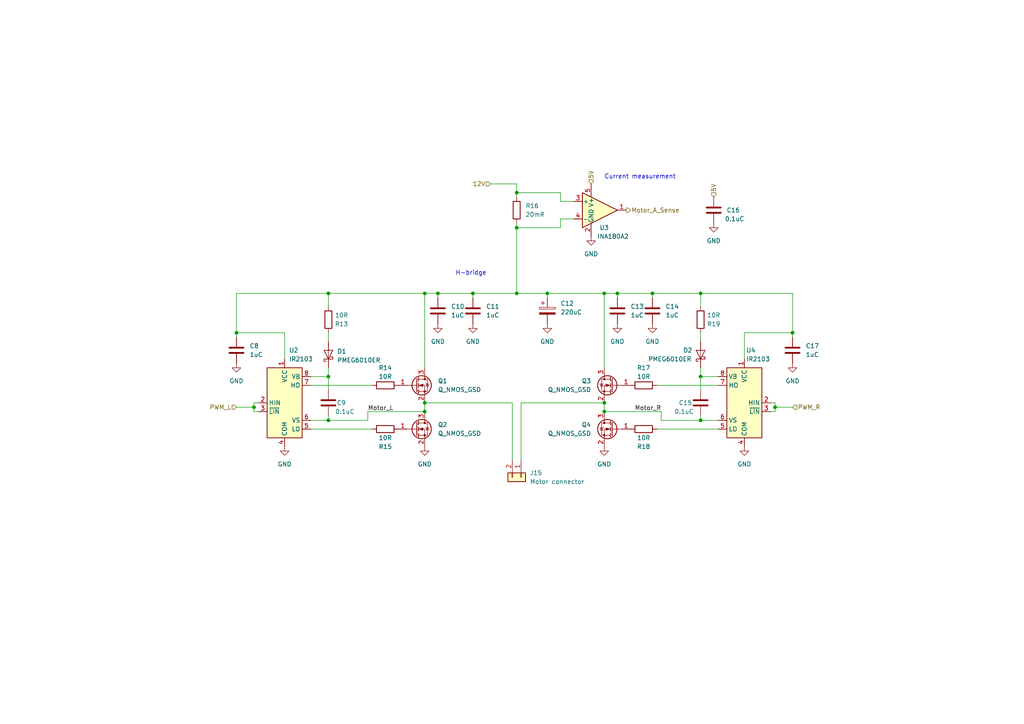
<source format=kicad_sch>
(kicad_sch (version 20211123) (generator eeschema)
  (paper "A4")
  (lib_symbols
    (symbol "Amplifier_Current:INA180A1" (pin_names (offset 0.127))
      (property "Reference" "U" (at 3.81 3.81 0))
      (property "Value" "INA180A1" (at 3.81 -2.54 0))
      (symbol "INA180A1_0_1"
        (polyline (pts (xy 5.08 0) (xy -5.08 5.08) (xy -5.08 -5.08) (xy 5.08 0)) (stroke (width 0.254)) (fill (type background)))
      )
      (symbol "INA180A1_1_1"
        (pin output line (at 7.62 0 180) (length 2.54) (name "~") (number "1"))
        (pin power_in line (at -2.54 -7.62 90) (length 3.81) (name "GND") (number "2"))
        (pin input line (at -7.62 2.54 0) (length 2.54) (name "+") (number "3"))
        (pin input line (at -7.62 -2.54 0) (length 2.54) (name "-") (number "4"))
        (pin power_in line (at -2.54 7.62 270) (length 3.81) (name "V+") (number "5"))
      )
    )
    (symbol "Connector_Generic:Conn_01x02" (pin_names (offset 1.016) hide)
      (property "Reference" "J" (at 0 2.54 0))
      (property "Value" "Conn_01x02" (at 0 -5.08 0))
      (symbol "Conn_01x02_1_1"
        (rectangle (start -1.27 -2.413) (end 0 -2.667) (stroke (width 0.1524)))
        (rectangle (start -1.27 0.127) (end 0 -0.127) (stroke (width 0.1524)))
        (rectangle (start -1.27 1.27) (end 1.27 -3.81) (stroke (width 0.254)) (fill (type background)))
        (pin passive line (at -5.08 0 0) (length 3.81) (name "Pin_1") (number "1"))
        (pin passive line (at -5.08 -2.54 0) (length 3.81) (name "Pin_2") (number "2"))
      )
    )
    (symbol "Device:C" (pin_numbers hide) (pin_names (offset 0.254))
      (property "Reference" "C" (at 0.635 2.54 0))
      (property "Value" "C" (at 0.635 -2.54 0))
      (symbol "C_0_1"
        (polyline (pts (xy -2.032 -0.762) (xy 2.032 -0.762)) (stroke (width 0.508)))
        (polyline (pts (xy -2.032 0.762) (xy 2.032 0.762)) (stroke (width 0.508)))
      )
      (symbol "C_1_1"
        (pin passive line (at 0 3.81 270) (length 2.794) (name "~") (number "1"))
        (pin passive line (at 0 -3.81 90) (length 2.794) (name "~") (number "2"))
      )
    )
    (symbol "Device:C_Polarized" (pin_numbers hide) (pin_names (offset 0.254))
      (property "Reference" "C" (at 0.635 2.54 0))
      (property "Value" "C_Polarized" (at 0.635 -2.54 0))
      (symbol "C_Polarized_0_1"
        (rectangle (start -2.286 0.508) (end 2.286 1.016))
        (polyline (pts (xy -1.778 2.286) (xy -0.762 2.286)))
        (polyline (pts (xy -1.27 2.794) (xy -1.27 1.778)))
        (rectangle (start 2.286 -0.508) (end -2.286 -1.016) (fill (type outline)))
      )
      (symbol "C_Polarized_1_1"
        (pin passive line (at 0 3.81 270) (length 2.794) (name "~") (number "1"))
        (pin passive line (at 0 -3.81 90) (length 2.794) (name "~") (number "2"))
      )
    )
    (symbol "Device:Q_NMOS_GSD" (pin_names (offset 0) hide)
      (property "Reference" "Q" (at 5.08 1.27 0))
      (property "Value" "Q_NMOS_GSD" (at 5.08 -1.27 0))
      (symbol "Q_NMOS_GSD_0_1"
        (polyline (pts (xy 0.254 0) (xy -2.54 0)))
        (polyline (pts (xy 0.254 1.905) (xy 0.254 -1.905)) (stroke (width 0.254)))
        (polyline (pts (xy 0.762 -1.27) (xy 0.762 -2.286)) (stroke (width 0.254)))
        (polyline (pts (xy 0.762 0.508) (xy 0.762 -0.508)) (stroke (width 0.254)))
        (polyline (pts (xy 0.762 2.286) (xy 0.762 1.27)) (stroke (width 0.254)))
        (polyline (pts (xy 2.54 2.54) (xy 2.54 1.778)))
        (polyline (pts (xy 2.54 -2.54) (xy 2.54 0) (xy 0.762 0)))
        (polyline (pts (xy 0.762 -1.778) (xy 3.302 -1.778) (xy 3.302 1.778) (xy 0.762 1.778)))
        (polyline (pts (xy 1.016 0) (xy 2.032 0.381) (xy 2.032 -0.381) (xy 1.016 0)) (fill (type outline)))
        (polyline (pts (xy 2.794 0.508) (xy 2.921 0.381) (xy 3.683 0.381) (xy 3.81 0.254)))
        (polyline (pts (xy 3.302 0.381) (xy 2.921 -0.254) (xy 3.683 -0.254) (xy 3.302 0.381)))
        (circle (center 1.651 0) (radius 2.794) (stroke (width 0.254)))
        (circle (center 2.54 -1.778) (radius 0.254) (fill (type outline)))
        (circle (center 2.54 1.778) (radius 0.254) (fill (type outline)))
      )
      (symbol "Q_NMOS_GSD_1_1"
        (pin input line (at -5.08 0 0) (length 2.54) (name "G") (number "1"))
        (pin passive line (at 2.54 -5.08 90) (length 2.54) (name "S") (number "2"))
        (pin passive line (at 2.54 5.08 270) (length 2.54) (name "D") (number "3"))
      )
    )
    (symbol "Device:R" (pin_numbers hide) (pin_names (offset 0))
      (property "Reference" "R" (at 2.032 0 90))
      (property "Value" "R" (at 0 0 90))
      (symbol "R_0_1"
        (rectangle (start -1.016 -2.54) (end 1.016 2.54) (stroke (width 0.254)))
      )
      (symbol "R_1_1"
        (pin passive line (at 0 3.81 270) (length 1.27) (name "~") (number "1"))
        (pin passive line (at 0 -3.81 90) (length 1.27) (name "~") (number "2"))
      )
    )
    (symbol "Diode:PMEG6010ER" (pin_numbers hide) (pin_names hide)
      (property "Reference" "D" (at 0 2.54 0))
      (property "Value" "PMEG6010ER" (at 0 -2.54 0))
      (symbol "PMEG6010ER_0_1"
        (polyline (pts (xy 1.27 0) (xy -1.27 0)))
        (polyline (pts (xy 1.27 1.27) (xy 1.27 -1.27) (xy -1.27 0) (xy 1.27 1.27)) (stroke (width 0.2032)))
        (polyline (pts (xy -1.905 0.635) (xy -1.905 1.27) (xy -1.27 1.27) (xy -1.27 -1.27) (xy -0.635 -1.27) (xy -0.635 -0.635)) (stroke (width 0.2032)))
      )
      (symbol "PMEG6010ER_1_1"
        (pin passive line (at -3.81 0 0) (length 2.54) (name "K") (number "1"))
        (pin passive line (at 3.81 0 180) (length 2.54) (name "A") (number "2"))
      )
    )
    (symbol "Driver_FET:IR2103"
      (property "Reference" "U" (at 1.27 13.335 0))
      (property "Value" "IR2103" (at 1.27 11.43 0))
      (symbol "IR2103_0_1"
        (rectangle (start -5.08 -10.16) (end 5.08 10.16) (stroke (width 0.254)) (fill (type background)))
      )
      (symbol "IR2103_1_1"
        (pin power_in line (at 0 12.7 270) (length 2.54) (name "VCC") (number "1"))
        (pin input line (at -7.62 0 0) (length 2.54) (name "HIN") (number "2"))
        (pin input line (at -7.62 -2.54 0) (length 2.54) (name "~{LIN}") (number "3"))
        (pin power_in line (at 0 -12.7 90) (length 2.54) (name "COM") (number "4"))
        (pin output line (at 7.62 -7.62 180) (length 2.54) (name "LO") (number "5"))
        (pin passive line (at 7.62 -5.08 180) (length 2.54) (name "VS") (number "6"))
        (pin output line (at 7.62 5.08 180) (length 2.54) (name "HO") (number "7"))
        (pin passive line (at 7.62 7.62 180) (length 2.54) (name "VB") (number "8"))
      )
    )
    (symbol "power:GND" (power) (pin_names (offset 0))
      (property "Value" "GND" (at 0 -3.81 0))
      (symbol "GND_0_1"
        (polyline (pts (xy 0 0) (xy 0 -1.27) (xy 1.27 -1.27) (xy 0 -2.54) (xy -1.27 -1.27) (xy 0 -1.27)))
      )
      (symbol "GND_1_1"
        (pin power_in line (at 0 0 270) (length 0) hide (name "GND") (number "1"))
      )
    )
  )
  (junction (at 189.23 85.09))
  (junction (at 68.58 96.52))
  (junction (at 224.79 118.11))
  (junction (at 95.25 109.22))
  (junction (at 73.66 118.11))
  (junction (at 149.86 55.88))
  (junction (at 203.2 109.22))
  (junction (at 175.26 116.84))
  (junction (at 137.16 85.09))
  (junction (at 149.86 85.09))
  (junction (at 127 85.09))
  (junction (at 179.07 85.09))
  (junction (at 203.2 121.92))
  (junction (at 175.26 119.38))
  (junction (at 123.19 116.84))
  (junction (at 229.87 96.52))
  (junction (at 175.26 85.09))
  (junction (at 149.86 66.04))
  (junction (at 203.2 85.09))
  (junction (at 158.75 85.09))
  (junction (at 123.19 119.38))
  (junction (at 95.25 85.09))
  (junction (at 123.19 85.09))
  (junction (at 95.25 121.92))
  (wire (pts (xy 149.86 53.34) (xy 142.24 53.34)))
  (wire (pts (xy 68.58 85.09) (xy 95.25 85.09)))
  (wire (pts (xy 82.55 96.52) (xy 68.58 96.52)))
  (wire (pts (xy 208.28 121.92) (xy 203.2 121.92)))
  (wire (pts (xy 90.17 109.22) (xy 95.25 109.22)))
  (wire (pts (xy 95.25 109.22) (xy 95.25 113.03)))
  (wire (pts (xy 190.5 124.46) (xy 208.28 124.46)))
  (wire (pts (xy 149.86 85.09) (xy 158.75 85.09)))
  (wire (pts (xy 189.23 86.36) (xy 189.23 85.09)))
  (wire (pts (xy 149.86 55.88) (xy 149.86 53.34)))
  (wire (pts (xy 82.55 104.14) (xy 82.55 96.52)))
  (wire (pts (xy 175.26 119.38) (xy 191.77 119.38)))
  (wire (pts (xy 203.2 109.22) (xy 208.28 109.22)))
  (wire (pts (xy 191.77 121.92) (xy 191.77 119.38)))
  (wire (pts (xy 175.26 116.84) (xy 175.26 119.38)))
  (wire (pts (xy 158.75 85.09) (xy 158.75 86.36)))
  (wire (pts (xy 123.19 116.84) (xy 148.59 116.84)))
  (wire (pts (xy 68.58 118.11) (xy 73.66 118.11)))
  (wire (pts (xy 162.56 66.04) (xy 149.86 66.04)))
  (wire (pts (xy 190.5 111.76) (xy 208.28 111.76)))
  (wire (pts (xy 179.07 85.09) (xy 175.26 85.09)))
  (wire (pts (xy 74.93 119.38) (xy 73.66 119.38)))
  (wire (pts (xy 95.25 96.52) (xy 95.25 99.06)))
  (wire (pts (xy 175.26 85.09) (xy 175.26 106.68)))
  (wire (pts (xy 166.37 58.42) (xy 162.56 58.42)))
  (wire (pts (xy 127 85.09) (xy 127 86.36)))
  (wire (pts (xy 73.66 116.84) (xy 74.93 116.84)))
  (wire (pts (xy 158.75 85.09) (xy 175.26 85.09)))
  (wire (pts (xy 203.2 109.22) (xy 203.2 113.03)))
  (wire (pts (xy 203.2 121.92) (xy 191.77 121.92)))
  (wire (pts (xy 95.25 85.09) (xy 95.25 88.9)))
  (wire (pts (xy 95.25 120.65) (xy 95.25 121.92)))
  (wire (pts (xy 137.16 85.09) (xy 149.86 85.09)))
  (wire (pts (xy 203.2 96.52) (xy 203.2 99.06)))
  (wire (pts (xy 224.79 116.84) (xy 223.52 116.84)))
  (wire (pts (xy 95.25 106.68) (xy 95.25 109.22)))
  (wire (pts (xy 223.52 119.38) (xy 224.79 119.38)))
  (wire (pts (xy 127 85.09) (xy 137.16 85.09)))
  (wire (pts (xy 123.19 85.09) (xy 127 85.09)))
  (wire (pts (xy 90.17 124.46) (xy 107.95 124.46)))
  (wire (pts (xy 203.2 85.09) (xy 203.2 88.9)))
  (wire (pts (xy 123.19 119.38) (xy 106.68 119.38)))
  (wire (pts (xy 224.79 118.11) (xy 224.79 119.38)))
  (wire (pts (xy 95.25 85.09) (xy 123.19 85.09)))
  (wire (pts (xy 106.68 119.38) (xy 106.68 121.92)))
  (wire (pts (xy 106.68 121.92) (xy 95.25 121.92)))
  (wire (pts (xy 189.23 85.09) (xy 179.07 85.09)))
  (wire (pts (xy 123.19 85.09) (xy 123.19 106.68)))
  (wire (pts (xy 95.25 121.92) (xy 90.17 121.92)))
  (wire (pts (xy 224.79 118.11) (xy 229.87 118.11)))
  (wire (pts (xy 189.23 85.09) (xy 203.2 85.09)))
  (wire (pts (xy 123.19 116.84) (xy 123.19 119.38)))
  (wire (pts (xy 137.16 85.09) (xy 137.16 86.36)))
  (wire (pts (xy 151.13 116.84) (xy 175.26 116.84)))
  (wire (pts (xy 73.66 118.11) (xy 73.66 119.38)))
  (wire (pts (xy 224.79 116.84) (xy 224.79 118.11)))
  (wire (pts (xy 162.56 58.42) (xy 162.56 55.88)))
  (wire (pts (xy 215.9 96.52) (xy 229.87 96.52)))
  (wire (pts (xy 203.2 120.65) (xy 203.2 121.92)))
  (wire (pts (xy 162.56 63.5) (xy 162.56 66.04)))
  (wire (pts (xy 68.58 96.52) (xy 68.58 97.79)))
  (wire (pts (xy 229.87 85.09) (xy 229.87 96.52)))
  (wire (pts (xy 73.66 116.84) (xy 73.66 118.11)))
  (wire (pts (xy 148.59 116.84) (xy 148.59 133.35)))
  (wire (pts (xy 166.37 63.5) (xy 162.56 63.5)))
  (wire (pts (xy 149.86 57.15) (xy 149.86 55.88)))
  (wire (pts (xy 162.56 55.88) (xy 149.86 55.88)))
  (wire (pts (xy 149.86 64.77) (xy 149.86 66.04)))
  (wire (pts (xy 229.87 96.52) (xy 229.87 97.79)))
  (wire (pts (xy 151.13 116.84) (xy 151.13 133.35)))
  (wire (pts (xy 203.2 85.09) (xy 229.87 85.09)))
  (wire (pts (xy 90.17 111.76) (xy 107.95 111.76)))
  (wire (pts (xy 203.2 106.68) (xy 203.2 109.22)))
  (wire (pts (xy 215.9 104.14) (xy 215.9 96.52)))
  (wire (pts (xy 68.58 85.09) (xy 68.58 96.52)))
  (wire (pts (xy 179.07 85.09) (xy 179.07 86.36)))
  (wire (pts (xy 149.86 66.04) (xy 149.86 85.09)))
  (text "H-bridge" (at 132.08 80.01 0) (effects (font (size 1.27 1.27)) (justify left bottom)))
  (text "Current measurement" (at 175.26 52.07 0) (effects (font (size 1.27 1.27)) (justify left bottom)))
  (label "Motor_L" (at 106.68 119.38 0))
  (label "Motor_R" (at 191.77 119.38 180))
  (hierarchical_label "Motor_A_Sense" (shape output) (at 181.61 60.96 0))
  (hierarchical_label "5V" (shape input) (at 171.45 53.34 90))
  (hierarchical_label "12V" (shape input) (at 142.24 53.34 180))
  (hierarchical_label "PWM_R" (shape input) (at 229.87 118.11 0))
  (hierarchical_label "PWM_L" (shape input) (at 68.58 118.11 180))
  (hierarchical_label "5V" (shape input) (at 207.01 57.15 90))
  (symbol (lib_id "power:GND") (at 215.9 129.54 0) (unit 1)
    (property "Reference" "#PWR046" (effects hide))
    (property "Value" "GND" (at 215.9 134.62 0))
  )
  (symbol (lib_id "Device:R") (at 186.69 111.76 90) (unit 1)
    (property "Reference" "R17" (at 186.69 106.68 90))
    (property "Value" "10R" (at 186.69 109.22 90))
    (property "Footprint" "Resistor_SMD:R_0805_2012Metric_Pad1.20x1.40mm_HandSolder" (effects hide))
    (property "Datasheet" "https://datasheet.lcsc.com/lcsc/1810311320_YAGEO-AC0805JR-0710RL_C144537.pdf" (effects hide))
    (property "Manufacturer Part Number" "AC0805JR-0710RL" (effects hide))
  )
  (symbol (lib_id "Device:C") (at 95.25 116.84 0) (mirror y) (unit 1)
    (property "Reference" "C9" (at 100.33 116.84 0) (effects (justify left)))
    (property "Value" "0.1uC" (at 102.87 119.38 0) (effects (justify left)))
    (property "Footprint" "Capacitor_SMD:C_0805_2012Metric_Pad1.18x1.45mm_HandSolder" (effects hide))
    (property "Datasheet" "https://datasheet.lcsc.com/lcsc/2006111832_YAGEO-CC0805KRX7R8BB104_C519981.pdf" (effects hide))
    (property "Manufacturer Part Number" "CC0805KRX7R8BB104" (effects hide))
  )
  (symbol (lib_id "Device:C") (at 229.87 101.6 0) (unit 1)
    (property "Reference" "C17" (at 233.68 100.3299 0) (effects (justify left)))
    (property "Value" "1uC" (at 233.68 102.8699 0) (effects (justify left)))
    (property "Footprint" "Capacitor_SMD:C_0805_2012Metric_Pad1.18x1.45mm_HandSolder" (effects hide))
    (property "Datasheet" "https://datasheet.lcsc.com/lcsc/1810201241_Murata-Electronics-GCM21BR71E105KA56L_C85865.pdf" (effects hide))
    (property "Manufacturer Part Number" "GCM21BR71E105KA56L" (effects hide))
  )
  (symbol (lib_id "Device:R") (at 95.25 92.71 0) (unit 1)
    (property "Reference" "R13" (at 99.06 93.98 0))
    (property "Value" "10R" (at 99.06 91.44 0))
    (property "Footprint" "Resistor_SMD:R_0805_2012Metric_Pad1.20x1.40mm_HandSolder" (effects hide))
    (property "Datasheet" "https://datasheet.lcsc.com/lcsc/1810311320_YAGEO-AC0805JR-0710RL_C144537.pdf" (effects hide))
    (property "Manufacturer Part Number" "AC0805JR-0710RL" (effects hide))
  )
  (symbol (lib_id "Amplifier_Current:INA180A1") (at 173.99 60.96 0) (unit 1)
    (property "Reference" "U3" (at 175.26 66.04 0))
    (property "Value" "INA180A2" (at 177.8 68.58 0))
    (property "Footprint" "Package_TO_SOT_SMD:SOT-23-5_HandSoldering" (effects hide))
    (property "Datasheet" "http://www.ti.com/lit/ds/symlink/ina180.pdf" (effects hide))
    (property "Manufacturer Part Number" "INA180A2IDBVR" (effects hide))
  )
  (symbol (lib_id "Device:R") (at 149.86 60.96 180) (unit 1)
    (property "Reference" "R16" (at 152.4 59.6899 0) (effects (justify right)))
    (property "Value" "20mR" (at 152.4 62.2299 0) (effects (justify right)))
    (property "Footprint" "Resistor_SMD:R_2512_6332Metric_Pad1.40x3.35mm_HandSolder" (effects hide))
    (property "Datasheet" "https://datasheet.lcsc.com/lcsc/1912111437_YAGEO-RL2512FK-070R02L_C326611.pdf" (effects hide))
    (property "Manufacturer Part Number" "RL2512FK-070R02L" (effects hide))
  )
  (symbol (lib_id "Diode:PMEG6010ER") (at 203.2 102.87 90) (unit 1)
    (property "Reference" "D2" (at 198.12 101.6 90) (effects (justify right)))
    (property "Value" "PMEG6010ER" (at 187.96 104.14 90) (effects (justify right)))
    (property "Footprint" "Diode_SMD:Nexperia_CFP3_SOD-123W" (effects hide))
    (property "Datasheet" "https://datasheet.lcsc.com/lcsc/1912111437_Nexperia-PMEG6010ER-115_C456121.pdf" (effects hide))
    (property "Manufacturer Part Number" "PMEG6010ER,115" (effects hide))
  )
  (symbol (lib_id "power:GND") (at 82.55 129.54 0) (unit 1)
    (property "Reference" "#PWR036" (effects hide))
    (property "Value" "GND" (at 82.55 134.62 0))
  )
  (symbol (lib_id "Driver_FET:IR2103") (at 215.9 116.84 0) (mirror y) (unit 1)
    (property "Reference" "U4" (at 216.4206 101.6 0) (effects (justify right)))
    (property "Value" "IR2103" (at 216.4206 104.14 0) (effects (justify right)))
    (property "Footprint" "Package_SO:SOIC-8_3.9x4.9mm_P1.27mm" (effects hide))
    (property "Datasheet" "https://datasheet.lcsc.com/lcsc/1810041210_Infineon-Technologies-IR2103STRPBF_C2957.pdf" (effects hide))
    (property "Manufacturer Part Number" "IR2103STRPBF" (effects hide))
  )
  (symbol (lib_id "Device:C") (at 189.23 90.17 0) (unit 1)
    (property "Reference" "C14" (at 193.04 88.8999 0) (effects (justify left)))
    (property "Value" "1uC" (at 193.04 91.4399 0) (effects (justify left)))
    (property "Footprint" "Capacitor_SMD:C_0805_2012Metric_Pad1.18x1.45mm_HandSolder" (effects hide))
    (property "Datasheet" "https://datasheet.lcsc.com/lcsc/1810201241_Murata-Electronics-GCM21BR71E105KA56L_C85865.pdf" (effects hide))
    (property "Manufacturer Part Number" "GCM21BR71E105KA56L" (effects hide))
  )
  (symbol (lib_id "Driver_FET:IR2103") (at 82.55 116.84 0) (unit 1)
    (property "Reference" "U2" (at 83.82 101.6 0) (effects (justify left)))
    (property "Value" "IR2103" (at 83.82 104.14 0) (effects (justify left)))
    (property "Footprint" "Package_SO:SOIC-8_3.9x4.9mm_P1.27mm" (effects hide))
    (property "Datasheet" "https://datasheet.lcsc.com/lcsc/1810041210_Infineon-Technologies-IR2103STRPBF_C2957.pdf" (effects hide))
    (property "Manufacturer Part Number" "IR2103STRPBF" (effects hide))
  )
  (symbol (lib_id "power:GND") (at 127 93.98 0) (unit 1)
    (property "Reference" "#PWR038" (effects hide))
    (property "Value" "GND" (at 127 99.06 0))
  )
  (symbol (lib_id "Connector_Generic:Conn_01x02") (at 151.13 138.43 270) (unit 1)
    (property "Reference" "J15" (at 153.67 137.1599 90) (effects (justify left)))
    (property "Value" "Motor connector" (at 153.67 139.6999 90) (effects (justify left)))
    (property "Footprint" "Connector_PinHeader_2.54mm:PinHeader_1x02_P2.54mm_Vertical" (effects hide))
    (property "Datasheet" "https://datasheet.lcsc.com/lcsc/2203111830_HCTL-HC-2510-2AW_C2982041.pdf" (effects hide))
    (property "Manufacturer Part Number" "HC-2510-2AW" (effects hide))
  )
  (symbol (lib_id "power:GND") (at 158.75 93.98 0) (unit 1)
    (property "Reference" "#PWR040" (effects hide))
    (property "Value" "GND" (at 158.75 99.06 0))
  )
  (symbol (lib_id "Device:R") (at 111.76 124.46 90) (unit 1)
    (property "Reference" "R15" (at 111.76 129.54 90))
    (property "Value" "10R" (at 111.76 127 90))
    (property "Footprint" "Resistor_SMD:R_0805_2012Metric_Pad1.20x1.40mm_HandSolder" (effects hide))
    (property "Datasheet" "https://datasheet.lcsc.com/lcsc/1810311320_YAGEO-AC0805JR-0710RL_C144537.pdf" (effects hide))
    (property "Manufacturer Part Number" "AC0805JR-0710RL" (effects hide))
  )
  (symbol (lib_id "Device:Q_NMOS_GSD") (at 120.65 124.46 0) (unit 1)
    (property "Reference" "Q2" (at 127 123.1899 0) (effects (justify left)))
    (property "Value" "Q_NMOS_GSD" (at 127 125.7299 0) (effects (justify left)))
    (property "Footprint" "Package_TO_SOT_SMD:SOT-23" (effects hide))
  )
  (symbol (lib_id "power:GND") (at 179.07 93.98 0) (unit 1)
    (property "Reference" "#PWR043" (effects hide))
    (property "Value" "GND" (at 179.07 99.06 0))
  )
  (symbol (lib_id "power:GND") (at 189.23 93.98 0) (unit 1)
    (property "Reference" "#PWR044" (effects hide))
    (property "Value" "GND" (at 189.23 99.06 0))
  )
  (symbol (lib_id "power:GND") (at 68.58 105.41 0) (unit 1)
    (property "Reference" "#PWR035" (effects hide))
    (property "Value" "GND" (at 68.58 110.49 0))
  )
  (symbol (lib_id "Device:C") (at 179.07 90.17 0) (unit 1)
    (property "Reference" "C13" (at 182.88 88.8999 0) (effects (justify left)))
    (property "Value" "1uC" (at 182.88 91.4399 0) (effects (justify left)))
    (property "Footprint" "Capacitor_SMD:C_0805_2012Metric_Pad1.18x1.45mm_HandSolder" (effects hide))
    (property "Datasheet" "https://datasheet.lcsc.com/lcsc/1810201241_Murata-Electronics-GCM21BR71E105KA56L_C85865.pdf" (effects hide))
    (property "Manufacturer Part Number" "GCM21BR71E105KA56L" (effects hide))
  )
  (symbol (lib_id "Device:C") (at 137.16 90.17 0) (unit 1)
    (property "Reference" "C11" (at 140.97 88.8999 0) (effects (justify left)))
    (property "Value" "1uC" (at 140.97 91.4399 0) (effects (justify left)))
    (property "Footprint" "Capacitor_SMD:C_0805_2012Metric_Pad1.18x1.45mm_HandSolder" (effects hide))
    (property "Datasheet" "https://datasheet.lcsc.com/lcsc/1810201241_Murata-Electronics-GCM21BR71E105KA56L_C85865.pdf" (effects hide))
    (property "Manufacturer Part Number" "GCM21BR71E105KA56L" (effects hide))
  )
  (symbol (lib_id "Device:R") (at 186.69 124.46 90) (unit 1)
    (property "Reference" "R18" (at 186.69 129.54 90))
    (property "Value" "10R" (at 186.69 127 90))
    (property "Footprint" "Resistor_SMD:R_0805_2012Metric_Pad1.20x1.40mm_HandSolder" (effects hide))
    (property "Datasheet" "https://datasheet.lcsc.com/lcsc/1810311320_YAGEO-AC0805JR-0710RL_C144537.pdf" (effects hide))
    (property "Manufacturer Part Number" "AC0805JR-0710RL" (effects hide))
  )
  (symbol (lib_id "Device:C") (at 207.01 60.96 0) (mirror y) (unit 1)
    (property "Reference" "C16" (at 214.63 60.96 0) (effects (justify left)))
    (property "Value" "0.1uC" (at 215.9 63.5 0) (effects (justify left)))
    (property "Footprint" "Capacitor_SMD:C_0805_2012Metric_Pad1.18x1.45mm_HandSolder" (effects hide))
    (property "Datasheet" "https://datasheet.lcsc.com/lcsc/2006111832_YAGEO-CC0805KRX7R8BB104_C519981.pdf" (effects hide))
    (property "Manufacturer Part Number" "CC0805KRX7R8BB104" (effects hide))
  )
  (symbol (lib_id "power:GND") (at 175.26 129.54 0) (unit 1)
    (property "Reference" "#PWR042" (effects hide))
    (property "Value" "GND" (at 175.26 134.62 0))
  )
  (symbol (lib_id "Diode:PMEG6010ER") (at 95.25 102.87 90) (unit 1)
    (property "Reference" "D1" (at 97.79 101.9174 90) (effects (justify right)))
    (property "Value" "PMEG6010ER" (at 97.79 104.4574 90) (effects (justify right)))
    (property "Footprint" "Diode_SMD:Nexperia_CFP3_SOD-123W" (effects hide))
    (property "Datasheet" "https://datasheet.lcsc.com/lcsc/1912111437_Nexperia-PMEG6010ER-115_C456121.pdf" (effects hide))
    (property "Manufacturer Part Number" "PMEG6010ER,115" (effects hide))
  )
  (symbol (lib_id "power:GND") (at 229.87 105.41 0) (unit 1)
    (property "Reference" "#PWR047" (effects hide))
    (property "Value" "GND" (at 229.87 110.49 0))
  )
  (symbol (lib_id "Device:Q_NMOS_GSD") (at 177.8 124.46 0) (mirror y) (unit 1)
    (property "Reference" "Q4" (at 171.45 123.1899 0) (effects (justify left)))
    (property "Value" "Q_NMOS_GSD" (at 171.45 125.7299 0) (effects (justify left)))
    (property "Footprint" "Package_TO_SOT_SMD:SOT-23" (effects hide))
  )
  (symbol (lib_id "Device:R") (at 111.76 111.76 90) (unit 1)
    (property "Reference" "R14" (at 111.76 106.68 90))
    (property "Value" "10R" (at 111.76 109.22 90))
    (property "Footprint" "Resistor_SMD:R_0805_2012Metric_Pad1.20x1.40mm_HandSolder" (effects hide))
    (property "Datasheet" "https://datasheet.lcsc.com/lcsc/1810311320_YAGEO-AC0805JR-0710RL_C144537.pdf" (effects hide))
    (property "Manufacturer Part Number" "AC0805JR-0710RL" (effects hide))
  )
  (symbol (lib_id "Device:C") (at 203.2 116.84 0) (unit 1)
    (property "Reference" "C15" (at 196.85 116.84 0) (effects (justify left)))
    (property "Value" "0.1uC" (at 195.58 119.38 0) (effects (justify left)))
    (property "Footprint" "Capacitor_SMD:C_0805_2012Metric_Pad1.18x1.45mm_HandSolder" (effects hide))
    (property "Datasheet" "https://datasheet.lcsc.com/lcsc/2006111832_YAGEO-CC0805KRX7R8BB104_C519981.pdf" (effects hide))
    (property "Manufacturer Part Number" "CC0805KRX7R8BB104" (effects hide))
  )
  (symbol (lib_id "power:GND") (at 123.19 129.54 0) (unit 1)
    (property "Reference" "#PWR037" (effects hide))
    (property "Value" "GND" (at 123.19 134.62 0))
  )
  (symbol (lib_id "power:GND") (at 171.45 68.58 0) (unit 1)
    (property "Reference" "#PWR041" (effects hide))
    (property "Value" "GND" (at 171.45 73.66 0))
  )
  (symbol (lib_id "Device:Q_NMOS_GSD") (at 177.8 111.76 0) (mirror y) (unit 1)
    (property "Reference" "Q3" (at 171.45 110.4899 0) (effects (justify left)))
    (property "Value" "Q_NMOS_GSD" (at 171.45 113.0299 0) (effects (justify left)))
    (property "Footprint" "Package_TO_SOT_SMD:SOT-23" (effects hide))
  )
  (symbol (lib_id "Device:C") (at 127 90.17 0) (unit 1)
    (property "Reference" "C10" (at 130.81 88.8999 0) (effects (justify left)))
    (property "Value" "1uC" (at 130.81 91.4399 0) (effects (justify left)))
    (property "Footprint" "Capacitor_SMD:C_0805_2012Metric_Pad1.18x1.45mm_HandSolder" (effects hide))
    (property "Datasheet" "https://datasheet.lcsc.com/lcsc/1810201241_Murata-Electronics-GCM21BR71E105KA56L_C85865.pdf" (effects hide))
    (property "Manufacturer Part Number" "GCM21BR71E105KA56L" (effects hide))
  )
  (symbol (lib_id "power:GND") (at 207.01 64.77 0) (unit 1)
    (property "Reference" "#PWR045" (effects hide))
    (property "Value" "GND" (at 207.01 69.85 0))
  )
  (symbol (lib_id "Device:Q_NMOS_GSD") (at 120.65 111.76 0) (unit 1)
    (property "Reference" "Q1" (at 127 110.4899 0) (effects (justify left)))
    (property "Value" "Q_NMOS_GSD" (at 127 113.0299 0) (effects (justify left)))
    (property "Footprint" "Package_TO_SOT_SMD:SOT-23" (effects hide))
  )
  (symbol (lib_id "Device:R") (at 203.2 92.71 0) (unit 1)
    (property "Reference" "R19" (at 207.01 93.98 0))
    (property "Value" "10R" (at 207.01 91.44 0))
    (property "Footprint" "Resistor_SMD:R_0805_2012Metric_Pad1.20x1.40mm_HandSolder" (effects hide))
    (property "Datasheet" "https://datasheet.lcsc.com/lcsc/1810311320_YAGEO-AC0805JR-0710RL_C144537.pdf" (effects hide))
    (property "Manufacturer Part Number" "AC0805JR-0710RL" (effects hide))
  )
  (symbol (lib_id "Device:C_Polarized") (at 158.75 90.17 0) (unit 1)
    (property "Reference" "C12" (at 162.56 88.0109 0) (effects (justify left)))
    (property "Value" "220uC" (at 162.56 90.5509 0) (effects (justify left)))
    (property "Footprint" "Capacitor_THT:CP_Radial_D8.0mm_P3.50mm" (effects hide))
    (property "Datasheet" "https://datasheet.lcsc.com/lcsc/1912111437_Rubycon-25YXF220MEFC8X11-5_C368593.pdf" (effects hide))
    (property "Manufacturer Part Number" "25YXF220MEFC8X11.5" (effects hide))
  )
  (symbol (lib_id "power:GND") (at 137.16 93.98 0) (unit 1)
    (property "Reference" "#PWR039" (effects hide))
    (property "Value" "GND" (at 137.16 99.06 0))
  )
  (symbol (lib_id "Device:C") (at 68.58 101.6 0) (unit 1)
    (property "Reference" "C8" (at 72.39 100.3299 0) (effects (justify left)))
    (property "Value" "1uC" (at 72.39 102.8699 0) (effects (justify left)))
    (property "Footprint" "Capacitor_SMD:C_0805_2012Metric_Pad1.18x1.45mm_HandSolder" (effects hide))
    (property "Datasheet" "https://datasheet.lcsc.com/lcsc/1810201241_Murata-Electronics-GCM21BR71E105KA56L_C85865.pdf" (effects hide))
    (property "Manufacturer Part Number" "GCM21BR71E105KA56L" (effects hide))
  )
)
</source>
